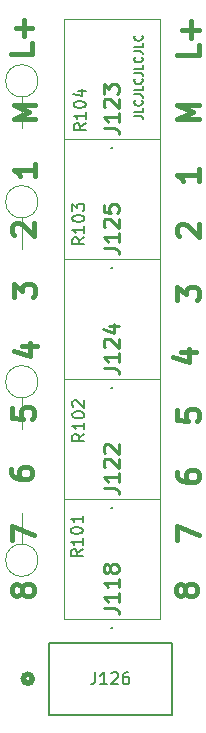
<source format=gbr>
%TF.GenerationSoftware,KiCad,Pcbnew,7.0.10*%
%TF.CreationDate,2024-07-21T08:04:53-04:00*%
%TF.ProjectId,12.1.1 - PLC Connector,31322e31-2e31-4202-9d20-504c4320436f,rev?*%
%TF.SameCoordinates,Original*%
%TF.FileFunction,Legend,Top*%
%TF.FilePolarity,Positive*%
%FSLAX46Y46*%
G04 Gerber Fmt 4.6, Leading zero omitted, Abs format (unit mm)*
G04 Created by KiCad (PCBNEW 7.0.10) date 2024-07-21 08:04:53*
%MOMM*%
%LPD*%
G01*
G04 APERTURE LIST*
%ADD10C,0.457200*%
%ADD11C,0.177800*%
%ADD12C,0.254000*%
%ADD13C,0.150000*%
%ADD14C,0.100000*%
%ADD15C,0.200000*%
%ADD16C,0.120000*%
%ADD17C,0.152400*%
%ADD18C,0.508000*%
G04 APERTURE END LIST*
D10*
X160661414Y-88390387D02*
X158832614Y-88390387D01*
X158832614Y-88390387D02*
X160138900Y-87780787D01*
X160138900Y-87780787D02*
X158832614Y-87171187D01*
X158832614Y-87171187D02*
X160661414Y-87171187D01*
D11*
X155183568Y-88121066D02*
X155691568Y-88121066D01*
X155691568Y-88121066D02*
X155793168Y-88154933D01*
X155793168Y-88154933D02*
X155860902Y-88222666D01*
X155860902Y-88222666D02*
X155894768Y-88324266D01*
X155894768Y-88324266D02*
X155894768Y-88392000D01*
X155894768Y-87443733D02*
X155894768Y-87782399D01*
X155894768Y-87782399D02*
X155183568Y-87782399D01*
X155827035Y-86800266D02*
X155860902Y-86834133D01*
X155860902Y-86834133D02*
X155894768Y-86935733D01*
X155894768Y-86935733D02*
X155894768Y-87003466D01*
X155894768Y-87003466D02*
X155860902Y-87105066D01*
X155860902Y-87105066D02*
X155793168Y-87172800D01*
X155793168Y-87172800D02*
X155725435Y-87206666D01*
X155725435Y-87206666D02*
X155589968Y-87240533D01*
X155589968Y-87240533D02*
X155488368Y-87240533D01*
X155488368Y-87240533D02*
X155352902Y-87206666D01*
X155352902Y-87206666D02*
X155285168Y-87172800D01*
X155285168Y-87172800D02*
X155217435Y-87105066D01*
X155217435Y-87105066D02*
X155183568Y-87003466D01*
X155183568Y-87003466D02*
X155183568Y-86935733D01*
X155183568Y-86935733D02*
X155217435Y-86834133D01*
X155217435Y-86834133D02*
X155251302Y-86800266D01*
X155183568Y-86292266D02*
X155691568Y-86292266D01*
X155691568Y-86292266D02*
X155793168Y-86326133D01*
X155793168Y-86326133D02*
X155860902Y-86393866D01*
X155860902Y-86393866D02*
X155894768Y-86495466D01*
X155894768Y-86495466D02*
X155894768Y-86563200D01*
X155894768Y-85614933D02*
X155894768Y-85953599D01*
X155894768Y-85953599D02*
X155183568Y-85953599D01*
X155827035Y-84971466D02*
X155860902Y-85005333D01*
X155860902Y-85005333D02*
X155894768Y-85106933D01*
X155894768Y-85106933D02*
X155894768Y-85174666D01*
X155894768Y-85174666D02*
X155860902Y-85276266D01*
X155860902Y-85276266D02*
X155793168Y-85344000D01*
X155793168Y-85344000D02*
X155725435Y-85377866D01*
X155725435Y-85377866D02*
X155589968Y-85411733D01*
X155589968Y-85411733D02*
X155488368Y-85411733D01*
X155488368Y-85411733D02*
X155352902Y-85377866D01*
X155352902Y-85377866D02*
X155285168Y-85344000D01*
X155285168Y-85344000D02*
X155217435Y-85276266D01*
X155217435Y-85276266D02*
X155183568Y-85174666D01*
X155183568Y-85174666D02*
X155183568Y-85106933D01*
X155183568Y-85106933D02*
X155217435Y-85005333D01*
X155217435Y-85005333D02*
X155251302Y-84971466D01*
X155183568Y-84463466D02*
X155691568Y-84463466D01*
X155691568Y-84463466D02*
X155793168Y-84497333D01*
X155793168Y-84497333D02*
X155860902Y-84565066D01*
X155860902Y-84565066D02*
X155894768Y-84666666D01*
X155894768Y-84666666D02*
X155894768Y-84734400D01*
X155894768Y-83786133D02*
X155894768Y-84124799D01*
X155894768Y-84124799D02*
X155183568Y-84124799D01*
X155827035Y-83142666D02*
X155860902Y-83176533D01*
X155860902Y-83176533D02*
X155894768Y-83278133D01*
X155894768Y-83278133D02*
X155894768Y-83345866D01*
X155894768Y-83345866D02*
X155860902Y-83447466D01*
X155860902Y-83447466D02*
X155793168Y-83515200D01*
X155793168Y-83515200D02*
X155725435Y-83549066D01*
X155725435Y-83549066D02*
X155589968Y-83582933D01*
X155589968Y-83582933D02*
X155488368Y-83582933D01*
X155488368Y-83582933D02*
X155352902Y-83549066D01*
X155352902Y-83549066D02*
X155285168Y-83515200D01*
X155285168Y-83515200D02*
X155217435Y-83447466D01*
X155217435Y-83447466D02*
X155183568Y-83345866D01*
X155183568Y-83345866D02*
X155183568Y-83278133D01*
X155183568Y-83278133D02*
X155217435Y-83176533D01*
X155217435Y-83176533D02*
X155251302Y-83142666D01*
X155183568Y-82634666D02*
X155691568Y-82634666D01*
X155691568Y-82634666D02*
X155793168Y-82668533D01*
X155793168Y-82668533D02*
X155860902Y-82736266D01*
X155860902Y-82736266D02*
X155894768Y-82837866D01*
X155894768Y-82837866D02*
X155894768Y-82905600D01*
X155894768Y-81957333D02*
X155894768Y-82295999D01*
X155894768Y-82295999D02*
X155183568Y-82295999D01*
X155827035Y-81313866D02*
X155860902Y-81347733D01*
X155860902Y-81347733D02*
X155894768Y-81449333D01*
X155894768Y-81449333D02*
X155894768Y-81517066D01*
X155894768Y-81517066D02*
X155860902Y-81618666D01*
X155860902Y-81618666D02*
X155793168Y-81686400D01*
X155793168Y-81686400D02*
X155725435Y-81720266D01*
X155725435Y-81720266D02*
X155589968Y-81754133D01*
X155589968Y-81754133D02*
X155488368Y-81754133D01*
X155488368Y-81754133D02*
X155352902Y-81720266D01*
X155352902Y-81720266D02*
X155285168Y-81686400D01*
X155285168Y-81686400D02*
X155217435Y-81618666D01*
X155217435Y-81618666D02*
X155183568Y-81517066D01*
X155183568Y-81517066D02*
X155183568Y-81449333D01*
X155183568Y-81449333D02*
X155217435Y-81347733D01*
X155217435Y-81347733D02*
X155251302Y-81313866D01*
D10*
X159006786Y-98312514D02*
X158919700Y-98225428D01*
X158919700Y-98225428D02*
X158832614Y-98051257D01*
X158832614Y-98051257D02*
X158832614Y-97615828D01*
X158832614Y-97615828D02*
X158919700Y-97441657D01*
X158919700Y-97441657D02*
X159006786Y-97354571D01*
X159006786Y-97354571D02*
X159180957Y-97267485D01*
X159180957Y-97267485D02*
X159355129Y-97267485D01*
X159355129Y-97267485D02*
X159616386Y-97354571D01*
X159616386Y-97354571D02*
X160661414Y-98399599D01*
X160661414Y-98399599D02*
X160661414Y-97267485D01*
X144862614Y-124053599D02*
X144862614Y-122834399D01*
X144862614Y-122834399D02*
X146691414Y-123618171D01*
X144735614Y-118015657D02*
X144735614Y-118363999D01*
X144735614Y-118363999D02*
X144822700Y-118538171D01*
X144822700Y-118538171D02*
X144909786Y-118625257D01*
X144909786Y-118625257D02*
X145171043Y-118799428D01*
X145171043Y-118799428D02*
X145519386Y-118886514D01*
X145519386Y-118886514D02*
X146216071Y-118886514D01*
X146216071Y-118886514D02*
X146390243Y-118799428D01*
X146390243Y-118799428D02*
X146477329Y-118712342D01*
X146477329Y-118712342D02*
X146564414Y-118538171D01*
X146564414Y-118538171D02*
X146564414Y-118189828D01*
X146564414Y-118189828D02*
X146477329Y-118015657D01*
X146477329Y-118015657D02*
X146390243Y-117928571D01*
X146390243Y-117928571D02*
X146216071Y-117841485D01*
X146216071Y-117841485D02*
X145780643Y-117841485D01*
X145780643Y-117841485D02*
X145606471Y-117928571D01*
X145606471Y-117928571D02*
X145519386Y-118015657D01*
X145519386Y-118015657D02*
X145432300Y-118189828D01*
X145432300Y-118189828D02*
X145432300Y-118538171D01*
X145432300Y-118538171D02*
X145519386Y-118712342D01*
X145519386Y-118712342D02*
X145606471Y-118799428D01*
X145606471Y-118799428D02*
X145780643Y-118886514D01*
X144989614Y-103479599D02*
X144989614Y-102347485D01*
X144989614Y-102347485D02*
X145686300Y-102957085D01*
X145686300Y-102957085D02*
X145686300Y-102695828D01*
X145686300Y-102695828D02*
X145773386Y-102521657D01*
X145773386Y-102521657D02*
X145860471Y-102434571D01*
X145860471Y-102434571D02*
X146034643Y-102347485D01*
X146034643Y-102347485D02*
X146470071Y-102347485D01*
X146470071Y-102347485D02*
X146644243Y-102434571D01*
X146644243Y-102434571D02*
X146731329Y-102521657D01*
X146731329Y-102521657D02*
X146818414Y-102695828D01*
X146818414Y-102695828D02*
X146818414Y-103218342D01*
X146818414Y-103218342D02*
X146731329Y-103392514D01*
X146731329Y-103392514D02*
X146644243Y-103479599D01*
X158832614Y-124053599D02*
X158832614Y-122834399D01*
X158832614Y-122834399D02*
X160661414Y-123618171D01*
X146818414Y-92187485D02*
X146818414Y-93232514D01*
X146818414Y-92709999D02*
X144989614Y-92709999D01*
X144989614Y-92709999D02*
X145250871Y-92884171D01*
X145250871Y-92884171D02*
X145425043Y-93058342D01*
X145425043Y-93058342D02*
X145512129Y-93232514D01*
X160661414Y-92568485D02*
X160661414Y-93613514D01*
X160661414Y-93090999D02*
X158832614Y-93090999D01*
X158832614Y-93090999D02*
X159093871Y-93265171D01*
X159093871Y-93265171D02*
X159268043Y-93439342D01*
X159268043Y-93439342D02*
X159355129Y-93613514D01*
X158832614Y-112975571D02*
X158832614Y-113846428D01*
X158832614Y-113846428D02*
X159703471Y-113933514D01*
X159703471Y-113933514D02*
X159616386Y-113846428D01*
X159616386Y-113846428D02*
X159529300Y-113672257D01*
X159529300Y-113672257D02*
X159529300Y-113236828D01*
X159529300Y-113236828D02*
X159616386Y-113062657D01*
X159616386Y-113062657D02*
X159703471Y-112975571D01*
X159703471Y-112975571D02*
X159877643Y-112888485D01*
X159877643Y-112888485D02*
X160313071Y-112888485D01*
X160313071Y-112888485D02*
X160487243Y-112975571D01*
X160487243Y-112975571D02*
X160574329Y-113062657D01*
X160574329Y-113062657D02*
X160661414Y-113236828D01*
X160661414Y-113236828D02*
X160661414Y-113672257D01*
X160661414Y-113672257D02*
X160574329Y-113846428D01*
X160574329Y-113846428D02*
X160487243Y-113933514D01*
X145726214Y-107601657D02*
X146945414Y-107601657D01*
X145029529Y-108037085D02*
X146335814Y-108472514D01*
X146335814Y-108472514D02*
X146335814Y-107340399D01*
X146818414Y-88366599D02*
X144989614Y-88366599D01*
X144989614Y-88366599D02*
X146295900Y-87756999D01*
X146295900Y-87756999D02*
X144989614Y-87147399D01*
X144989614Y-87147399D02*
X146818414Y-87147399D01*
X160661414Y-82100057D02*
X160661414Y-82970914D01*
X160661414Y-82970914D02*
X158832614Y-82970914D01*
X159964729Y-81490457D02*
X159964729Y-80097086D01*
X160661414Y-80793771D02*
X159268043Y-80793771D01*
X159188214Y-108109657D02*
X160407414Y-108109657D01*
X158491529Y-108545085D02*
X159797814Y-108980514D01*
X159797814Y-108980514D02*
X159797814Y-107848399D01*
X158832614Y-118269657D02*
X158832614Y-118617999D01*
X158832614Y-118617999D02*
X158919700Y-118792171D01*
X158919700Y-118792171D02*
X159006786Y-118879257D01*
X159006786Y-118879257D02*
X159268043Y-119053428D01*
X159268043Y-119053428D02*
X159616386Y-119140514D01*
X159616386Y-119140514D02*
X160313071Y-119140514D01*
X160313071Y-119140514D02*
X160487243Y-119053428D01*
X160487243Y-119053428D02*
X160574329Y-118966342D01*
X160574329Y-118966342D02*
X160661414Y-118792171D01*
X160661414Y-118792171D02*
X160661414Y-118443828D01*
X160661414Y-118443828D02*
X160574329Y-118269657D01*
X160574329Y-118269657D02*
X160487243Y-118182571D01*
X160487243Y-118182571D02*
X160313071Y-118095485D01*
X160313071Y-118095485D02*
X159877643Y-118095485D01*
X159877643Y-118095485D02*
X159703471Y-118182571D01*
X159703471Y-118182571D02*
X159616386Y-118269657D01*
X159616386Y-118269657D02*
X159529300Y-118443828D01*
X159529300Y-118443828D02*
X159529300Y-118792171D01*
X159529300Y-118792171D02*
X159616386Y-118966342D01*
X159616386Y-118966342D02*
X159703471Y-119053428D01*
X159703471Y-119053428D02*
X159877643Y-119140514D01*
X145646386Y-128444171D02*
X145559300Y-128618342D01*
X145559300Y-128618342D02*
X145472214Y-128705428D01*
X145472214Y-128705428D02*
X145298043Y-128792514D01*
X145298043Y-128792514D02*
X145210957Y-128792514D01*
X145210957Y-128792514D02*
X145036786Y-128705428D01*
X145036786Y-128705428D02*
X144949700Y-128618342D01*
X144949700Y-128618342D02*
X144862614Y-128444171D01*
X144862614Y-128444171D02*
X144862614Y-128095828D01*
X144862614Y-128095828D02*
X144949700Y-127921657D01*
X144949700Y-127921657D02*
X145036786Y-127834571D01*
X145036786Y-127834571D02*
X145210957Y-127747485D01*
X145210957Y-127747485D02*
X145298043Y-127747485D01*
X145298043Y-127747485D02*
X145472214Y-127834571D01*
X145472214Y-127834571D02*
X145559300Y-127921657D01*
X145559300Y-127921657D02*
X145646386Y-128095828D01*
X145646386Y-128095828D02*
X145646386Y-128444171D01*
X145646386Y-128444171D02*
X145733471Y-128618342D01*
X145733471Y-128618342D02*
X145820557Y-128705428D01*
X145820557Y-128705428D02*
X145994729Y-128792514D01*
X145994729Y-128792514D02*
X146343071Y-128792514D01*
X146343071Y-128792514D02*
X146517243Y-128705428D01*
X146517243Y-128705428D02*
X146604329Y-128618342D01*
X146604329Y-128618342D02*
X146691414Y-128444171D01*
X146691414Y-128444171D02*
X146691414Y-128095828D01*
X146691414Y-128095828D02*
X146604329Y-127921657D01*
X146604329Y-127921657D02*
X146517243Y-127834571D01*
X146517243Y-127834571D02*
X146343071Y-127747485D01*
X146343071Y-127747485D02*
X145994729Y-127747485D01*
X145994729Y-127747485D02*
X145820557Y-127834571D01*
X145820557Y-127834571D02*
X145733471Y-127921657D01*
X145733471Y-127921657D02*
X145646386Y-128095828D01*
X144862614Y-112848571D02*
X144862614Y-113719428D01*
X144862614Y-113719428D02*
X145733471Y-113806514D01*
X145733471Y-113806514D02*
X145646386Y-113719428D01*
X145646386Y-113719428D02*
X145559300Y-113545257D01*
X145559300Y-113545257D02*
X145559300Y-113109828D01*
X145559300Y-113109828D02*
X145646386Y-112935657D01*
X145646386Y-112935657D02*
X145733471Y-112848571D01*
X145733471Y-112848571D02*
X145907643Y-112761485D01*
X145907643Y-112761485D02*
X146343071Y-112761485D01*
X146343071Y-112761485D02*
X146517243Y-112848571D01*
X146517243Y-112848571D02*
X146604329Y-112935657D01*
X146604329Y-112935657D02*
X146691414Y-113109828D01*
X146691414Y-113109828D02*
X146691414Y-113545257D01*
X146691414Y-113545257D02*
X146604329Y-113719428D01*
X146604329Y-113719428D02*
X146517243Y-113806514D01*
X159489386Y-128444171D02*
X159402300Y-128618342D01*
X159402300Y-128618342D02*
X159315214Y-128705428D01*
X159315214Y-128705428D02*
X159141043Y-128792514D01*
X159141043Y-128792514D02*
X159053957Y-128792514D01*
X159053957Y-128792514D02*
X158879786Y-128705428D01*
X158879786Y-128705428D02*
X158792700Y-128618342D01*
X158792700Y-128618342D02*
X158705614Y-128444171D01*
X158705614Y-128444171D02*
X158705614Y-128095828D01*
X158705614Y-128095828D02*
X158792700Y-127921657D01*
X158792700Y-127921657D02*
X158879786Y-127834571D01*
X158879786Y-127834571D02*
X159053957Y-127747485D01*
X159053957Y-127747485D02*
X159141043Y-127747485D01*
X159141043Y-127747485D02*
X159315214Y-127834571D01*
X159315214Y-127834571D02*
X159402300Y-127921657D01*
X159402300Y-127921657D02*
X159489386Y-128095828D01*
X159489386Y-128095828D02*
X159489386Y-128444171D01*
X159489386Y-128444171D02*
X159576471Y-128618342D01*
X159576471Y-128618342D02*
X159663557Y-128705428D01*
X159663557Y-128705428D02*
X159837729Y-128792514D01*
X159837729Y-128792514D02*
X160186071Y-128792514D01*
X160186071Y-128792514D02*
X160360243Y-128705428D01*
X160360243Y-128705428D02*
X160447329Y-128618342D01*
X160447329Y-128618342D02*
X160534414Y-128444171D01*
X160534414Y-128444171D02*
X160534414Y-128095828D01*
X160534414Y-128095828D02*
X160447329Y-127921657D01*
X160447329Y-127921657D02*
X160360243Y-127834571D01*
X160360243Y-127834571D02*
X160186071Y-127747485D01*
X160186071Y-127747485D02*
X159837729Y-127747485D01*
X159837729Y-127747485D02*
X159663557Y-127834571D01*
X159663557Y-127834571D02*
X159576471Y-127921657D01*
X159576471Y-127921657D02*
X159489386Y-128095828D01*
X145036786Y-98185514D02*
X144949700Y-98098428D01*
X144949700Y-98098428D02*
X144862614Y-97924257D01*
X144862614Y-97924257D02*
X144862614Y-97488828D01*
X144862614Y-97488828D02*
X144949700Y-97314657D01*
X144949700Y-97314657D02*
X145036786Y-97227571D01*
X145036786Y-97227571D02*
X145210957Y-97140485D01*
X145210957Y-97140485D02*
X145385129Y-97140485D01*
X145385129Y-97140485D02*
X145646386Y-97227571D01*
X145646386Y-97227571D02*
X146691414Y-98272599D01*
X146691414Y-98272599D02*
X146691414Y-97140485D01*
X146564414Y-81973057D02*
X146564414Y-82843914D01*
X146564414Y-82843914D02*
X144735614Y-82843914D01*
X145867729Y-81363457D02*
X145867729Y-79970086D01*
X146564414Y-80666771D02*
X145171043Y-80666771D01*
X158832614Y-103733599D02*
X158832614Y-102601485D01*
X158832614Y-102601485D02*
X159529300Y-103211085D01*
X159529300Y-103211085D02*
X159529300Y-102949828D01*
X159529300Y-102949828D02*
X159616386Y-102775657D01*
X159616386Y-102775657D02*
X159703471Y-102688571D01*
X159703471Y-102688571D02*
X159877643Y-102601485D01*
X159877643Y-102601485D02*
X160313071Y-102601485D01*
X160313071Y-102601485D02*
X160487243Y-102688571D01*
X160487243Y-102688571D02*
X160574329Y-102775657D01*
X160574329Y-102775657D02*
X160661414Y-102949828D01*
X160661414Y-102949828D02*
X160661414Y-103472342D01*
X160661414Y-103472342D02*
X160574329Y-103646514D01*
X160574329Y-103646514D02*
X160487243Y-103733599D01*
D12*
X152593318Y-109455856D02*
X153500461Y-109455856D01*
X153500461Y-109455856D02*
X153681889Y-109516333D01*
X153681889Y-109516333D02*
X153802842Y-109637285D01*
X153802842Y-109637285D02*
X153863318Y-109818714D01*
X153863318Y-109818714D02*
X153863318Y-109939666D01*
X153863318Y-108185856D02*
X153863318Y-108911571D01*
X153863318Y-108548714D02*
X152593318Y-108548714D01*
X152593318Y-108548714D02*
X152774746Y-108669666D01*
X152774746Y-108669666D02*
X152895699Y-108790618D01*
X152895699Y-108790618D02*
X152956175Y-108911571D01*
X152714270Y-107702047D02*
X152653794Y-107641571D01*
X152653794Y-107641571D02*
X152593318Y-107520618D01*
X152593318Y-107520618D02*
X152593318Y-107218237D01*
X152593318Y-107218237D02*
X152653794Y-107097285D01*
X152653794Y-107097285D02*
X152714270Y-107036809D01*
X152714270Y-107036809D02*
X152835222Y-106976332D01*
X152835222Y-106976332D02*
X152956175Y-106976332D01*
X152956175Y-106976332D02*
X153137603Y-107036809D01*
X153137603Y-107036809D02*
X153863318Y-107762523D01*
X153863318Y-107762523D02*
X153863318Y-106976332D01*
X153016651Y-105887761D02*
X153863318Y-105887761D01*
X152532842Y-106190142D02*
X153439984Y-106492523D01*
X153439984Y-106492523D02*
X153439984Y-105706332D01*
D13*
X151076819Y-88749047D02*
X150600628Y-89082380D01*
X151076819Y-89320475D02*
X150076819Y-89320475D01*
X150076819Y-89320475D02*
X150076819Y-88939523D01*
X150076819Y-88939523D02*
X150124438Y-88844285D01*
X150124438Y-88844285D02*
X150172057Y-88796666D01*
X150172057Y-88796666D02*
X150267295Y-88749047D01*
X150267295Y-88749047D02*
X150410152Y-88749047D01*
X150410152Y-88749047D02*
X150505390Y-88796666D01*
X150505390Y-88796666D02*
X150553009Y-88844285D01*
X150553009Y-88844285D02*
X150600628Y-88939523D01*
X150600628Y-88939523D02*
X150600628Y-89320475D01*
X151076819Y-87796666D02*
X151076819Y-88368094D01*
X151076819Y-88082380D02*
X150076819Y-88082380D01*
X150076819Y-88082380D02*
X150219676Y-88177618D01*
X150219676Y-88177618D02*
X150314914Y-88272856D01*
X150314914Y-88272856D02*
X150362533Y-88368094D01*
X150076819Y-87177618D02*
X150076819Y-87082380D01*
X150076819Y-87082380D02*
X150124438Y-86987142D01*
X150124438Y-86987142D02*
X150172057Y-86939523D01*
X150172057Y-86939523D02*
X150267295Y-86891904D01*
X150267295Y-86891904D02*
X150457771Y-86844285D01*
X150457771Y-86844285D02*
X150695866Y-86844285D01*
X150695866Y-86844285D02*
X150886342Y-86891904D01*
X150886342Y-86891904D02*
X150981580Y-86939523D01*
X150981580Y-86939523D02*
X151029200Y-86987142D01*
X151029200Y-86987142D02*
X151076819Y-87082380D01*
X151076819Y-87082380D02*
X151076819Y-87177618D01*
X151076819Y-87177618D02*
X151029200Y-87272856D01*
X151029200Y-87272856D02*
X150981580Y-87320475D01*
X150981580Y-87320475D02*
X150886342Y-87368094D01*
X150886342Y-87368094D02*
X150695866Y-87415713D01*
X150695866Y-87415713D02*
X150457771Y-87415713D01*
X150457771Y-87415713D02*
X150267295Y-87368094D01*
X150267295Y-87368094D02*
X150172057Y-87320475D01*
X150172057Y-87320475D02*
X150124438Y-87272856D01*
X150124438Y-87272856D02*
X150076819Y-87177618D01*
X150410152Y-85987142D02*
X151076819Y-85987142D01*
X150029200Y-86225237D02*
X150743485Y-86463332D01*
X150743485Y-86463332D02*
X150743485Y-85844285D01*
D12*
X152593318Y-119615856D02*
X153500461Y-119615856D01*
X153500461Y-119615856D02*
X153681889Y-119676333D01*
X153681889Y-119676333D02*
X153802842Y-119797285D01*
X153802842Y-119797285D02*
X153863318Y-119978714D01*
X153863318Y-119978714D02*
X153863318Y-120099666D01*
X153863318Y-118345856D02*
X153863318Y-119071571D01*
X153863318Y-118708714D02*
X152593318Y-118708714D01*
X152593318Y-118708714D02*
X152774746Y-118829666D01*
X152774746Y-118829666D02*
X152895699Y-118950618D01*
X152895699Y-118950618D02*
X152956175Y-119071571D01*
X152714270Y-117862047D02*
X152653794Y-117801571D01*
X152653794Y-117801571D02*
X152593318Y-117680618D01*
X152593318Y-117680618D02*
X152593318Y-117378237D01*
X152593318Y-117378237D02*
X152653794Y-117257285D01*
X152653794Y-117257285D02*
X152714270Y-117196809D01*
X152714270Y-117196809D02*
X152835222Y-117136332D01*
X152835222Y-117136332D02*
X152956175Y-117136332D01*
X152956175Y-117136332D02*
X153137603Y-117196809D01*
X153137603Y-117196809D02*
X153863318Y-117922523D01*
X153863318Y-117922523D02*
X153863318Y-117136332D01*
X152714270Y-116652523D02*
X152653794Y-116592047D01*
X152653794Y-116592047D02*
X152593318Y-116471094D01*
X152593318Y-116471094D02*
X152593318Y-116168713D01*
X152593318Y-116168713D02*
X152653794Y-116047761D01*
X152653794Y-116047761D02*
X152714270Y-115987285D01*
X152714270Y-115987285D02*
X152835222Y-115926808D01*
X152835222Y-115926808D02*
X152956175Y-115926808D01*
X152956175Y-115926808D02*
X153137603Y-115987285D01*
X153137603Y-115987285D02*
X153863318Y-116712999D01*
X153863318Y-116712999D02*
X153863318Y-115926808D01*
D13*
X150822819Y-124817047D02*
X150346628Y-125150380D01*
X150822819Y-125388475D02*
X149822819Y-125388475D01*
X149822819Y-125388475D02*
X149822819Y-125007523D01*
X149822819Y-125007523D02*
X149870438Y-124912285D01*
X149870438Y-124912285D02*
X149918057Y-124864666D01*
X149918057Y-124864666D02*
X150013295Y-124817047D01*
X150013295Y-124817047D02*
X150156152Y-124817047D01*
X150156152Y-124817047D02*
X150251390Y-124864666D01*
X150251390Y-124864666D02*
X150299009Y-124912285D01*
X150299009Y-124912285D02*
X150346628Y-125007523D01*
X150346628Y-125007523D02*
X150346628Y-125388475D01*
X150822819Y-123864666D02*
X150822819Y-124436094D01*
X150822819Y-124150380D02*
X149822819Y-124150380D01*
X149822819Y-124150380D02*
X149965676Y-124245618D01*
X149965676Y-124245618D02*
X150060914Y-124340856D01*
X150060914Y-124340856D02*
X150108533Y-124436094D01*
X149822819Y-123245618D02*
X149822819Y-123150380D01*
X149822819Y-123150380D02*
X149870438Y-123055142D01*
X149870438Y-123055142D02*
X149918057Y-123007523D01*
X149918057Y-123007523D02*
X150013295Y-122959904D01*
X150013295Y-122959904D02*
X150203771Y-122912285D01*
X150203771Y-122912285D02*
X150441866Y-122912285D01*
X150441866Y-122912285D02*
X150632342Y-122959904D01*
X150632342Y-122959904D02*
X150727580Y-123007523D01*
X150727580Y-123007523D02*
X150775200Y-123055142D01*
X150775200Y-123055142D02*
X150822819Y-123150380D01*
X150822819Y-123150380D02*
X150822819Y-123245618D01*
X150822819Y-123245618D02*
X150775200Y-123340856D01*
X150775200Y-123340856D02*
X150727580Y-123388475D01*
X150727580Y-123388475D02*
X150632342Y-123436094D01*
X150632342Y-123436094D02*
X150441866Y-123483713D01*
X150441866Y-123483713D02*
X150203771Y-123483713D01*
X150203771Y-123483713D02*
X150013295Y-123436094D01*
X150013295Y-123436094D02*
X149918057Y-123388475D01*
X149918057Y-123388475D02*
X149870438Y-123340856D01*
X149870438Y-123340856D02*
X149822819Y-123245618D01*
X150822819Y-121959904D02*
X150822819Y-122531332D01*
X150822819Y-122245618D02*
X149822819Y-122245618D01*
X149822819Y-122245618D02*
X149965676Y-122340856D01*
X149965676Y-122340856D02*
X150060914Y-122436094D01*
X150060914Y-122436094D02*
X150108533Y-122531332D01*
X151876285Y-135217819D02*
X151876285Y-135932104D01*
X151876285Y-135932104D02*
X151828666Y-136074961D01*
X151828666Y-136074961D02*
X151733428Y-136170200D01*
X151733428Y-136170200D02*
X151590571Y-136217819D01*
X151590571Y-136217819D02*
X151495333Y-136217819D01*
X152876285Y-136217819D02*
X152304857Y-136217819D01*
X152590571Y-136217819D02*
X152590571Y-135217819D01*
X152590571Y-135217819D02*
X152495333Y-135360676D01*
X152495333Y-135360676D02*
X152400095Y-135455914D01*
X152400095Y-135455914D02*
X152304857Y-135503533D01*
X153257238Y-135313057D02*
X153304857Y-135265438D01*
X153304857Y-135265438D02*
X153400095Y-135217819D01*
X153400095Y-135217819D02*
X153638190Y-135217819D01*
X153638190Y-135217819D02*
X153733428Y-135265438D01*
X153733428Y-135265438D02*
X153781047Y-135313057D01*
X153781047Y-135313057D02*
X153828666Y-135408295D01*
X153828666Y-135408295D02*
X153828666Y-135503533D01*
X153828666Y-135503533D02*
X153781047Y-135646390D01*
X153781047Y-135646390D02*
X153209619Y-136217819D01*
X153209619Y-136217819D02*
X153828666Y-136217819D01*
X154685809Y-135217819D02*
X154495333Y-135217819D01*
X154495333Y-135217819D02*
X154400095Y-135265438D01*
X154400095Y-135265438D02*
X154352476Y-135313057D01*
X154352476Y-135313057D02*
X154257238Y-135455914D01*
X154257238Y-135455914D02*
X154209619Y-135646390D01*
X154209619Y-135646390D02*
X154209619Y-136027342D01*
X154209619Y-136027342D02*
X154257238Y-136122580D01*
X154257238Y-136122580D02*
X154304857Y-136170200D01*
X154304857Y-136170200D02*
X154400095Y-136217819D01*
X154400095Y-136217819D02*
X154590571Y-136217819D01*
X154590571Y-136217819D02*
X154685809Y-136170200D01*
X154685809Y-136170200D02*
X154733428Y-136122580D01*
X154733428Y-136122580D02*
X154781047Y-136027342D01*
X154781047Y-136027342D02*
X154781047Y-135789247D01*
X154781047Y-135789247D02*
X154733428Y-135694009D01*
X154733428Y-135694009D02*
X154685809Y-135646390D01*
X154685809Y-135646390D02*
X154590571Y-135598771D01*
X154590571Y-135598771D02*
X154400095Y-135598771D01*
X154400095Y-135598771D02*
X154304857Y-135646390D01*
X154304857Y-135646390D02*
X154257238Y-135694009D01*
X154257238Y-135694009D02*
X154209619Y-135789247D01*
X150949819Y-115038047D02*
X150473628Y-115371380D01*
X150949819Y-115609475D02*
X149949819Y-115609475D01*
X149949819Y-115609475D02*
X149949819Y-115228523D01*
X149949819Y-115228523D02*
X149997438Y-115133285D01*
X149997438Y-115133285D02*
X150045057Y-115085666D01*
X150045057Y-115085666D02*
X150140295Y-115038047D01*
X150140295Y-115038047D02*
X150283152Y-115038047D01*
X150283152Y-115038047D02*
X150378390Y-115085666D01*
X150378390Y-115085666D02*
X150426009Y-115133285D01*
X150426009Y-115133285D02*
X150473628Y-115228523D01*
X150473628Y-115228523D02*
X150473628Y-115609475D01*
X150949819Y-114085666D02*
X150949819Y-114657094D01*
X150949819Y-114371380D02*
X149949819Y-114371380D01*
X149949819Y-114371380D02*
X150092676Y-114466618D01*
X150092676Y-114466618D02*
X150187914Y-114561856D01*
X150187914Y-114561856D02*
X150235533Y-114657094D01*
X149949819Y-113466618D02*
X149949819Y-113371380D01*
X149949819Y-113371380D02*
X149997438Y-113276142D01*
X149997438Y-113276142D02*
X150045057Y-113228523D01*
X150045057Y-113228523D02*
X150140295Y-113180904D01*
X150140295Y-113180904D02*
X150330771Y-113133285D01*
X150330771Y-113133285D02*
X150568866Y-113133285D01*
X150568866Y-113133285D02*
X150759342Y-113180904D01*
X150759342Y-113180904D02*
X150854580Y-113228523D01*
X150854580Y-113228523D02*
X150902200Y-113276142D01*
X150902200Y-113276142D02*
X150949819Y-113371380D01*
X150949819Y-113371380D02*
X150949819Y-113466618D01*
X150949819Y-113466618D02*
X150902200Y-113561856D01*
X150902200Y-113561856D02*
X150854580Y-113609475D01*
X150854580Y-113609475D02*
X150759342Y-113657094D01*
X150759342Y-113657094D02*
X150568866Y-113704713D01*
X150568866Y-113704713D02*
X150330771Y-113704713D01*
X150330771Y-113704713D02*
X150140295Y-113657094D01*
X150140295Y-113657094D02*
X150045057Y-113609475D01*
X150045057Y-113609475D02*
X149997438Y-113561856D01*
X149997438Y-113561856D02*
X149949819Y-113466618D01*
X150045057Y-112752332D02*
X149997438Y-112704713D01*
X149997438Y-112704713D02*
X149949819Y-112609475D01*
X149949819Y-112609475D02*
X149949819Y-112371380D01*
X149949819Y-112371380D02*
X149997438Y-112276142D01*
X149997438Y-112276142D02*
X150045057Y-112228523D01*
X150045057Y-112228523D02*
X150140295Y-112180904D01*
X150140295Y-112180904D02*
X150235533Y-112180904D01*
X150235533Y-112180904D02*
X150378390Y-112228523D01*
X150378390Y-112228523D02*
X150949819Y-112799951D01*
X150949819Y-112799951D02*
X150949819Y-112180904D01*
X150949819Y-98401047D02*
X150473628Y-98734380D01*
X150949819Y-98972475D02*
X149949819Y-98972475D01*
X149949819Y-98972475D02*
X149949819Y-98591523D01*
X149949819Y-98591523D02*
X149997438Y-98496285D01*
X149997438Y-98496285D02*
X150045057Y-98448666D01*
X150045057Y-98448666D02*
X150140295Y-98401047D01*
X150140295Y-98401047D02*
X150283152Y-98401047D01*
X150283152Y-98401047D02*
X150378390Y-98448666D01*
X150378390Y-98448666D02*
X150426009Y-98496285D01*
X150426009Y-98496285D02*
X150473628Y-98591523D01*
X150473628Y-98591523D02*
X150473628Y-98972475D01*
X150949819Y-97448666D02*
X150949819Y-98020094D01*
X150949819Y-97734380D02*
X149949819Y-97734380D01*
X149949819Y-97734380D02*
X150092676Y-97829618D01*
X150092676Y-97829618D02*
X150187914Y-97924856D01*
X150187914Y-97924856D02*
X150235533Y-98020094D01*
X149949819Y-96829618D02*
X149949819Y-96734380D01*
X149949819Y-96734380D02*
X149997438Y-96639142D01*
X149997438Y-96639142D02*
X150045057Y-96591523D01*
X150045057Y-96591523D02*
X150140295Y-96543904D01*
X150140295Y-96543904D02*
X150330771Y-96496285D01*
X150330771Y-96496285D02*
X150568866Y-96496285D01*
X150568866Y-96496285D02*
X150759342Y-96543904D01*
X150759342Y-96543904D02*
X150854580Y-96591523D01*
X150854580Y-96591523D02*
X150902200Y-96639142D01*
X150902200Y-96639142D02*
X150949819Y-96734380D01*
X150949819Y-96734380D02*
X150949819Y-96829618D01*
X150949819Y-96829618D02*
X150902200Y-96924856D01*
X150902200Y-96924856D02*
X150854580Y-96972475D01*
X150854580Y-96972475D02*
X150759342Y-97020094D01*
X150759342Y-97020094D02*
X150568866Y-97067713D01*
X150568866Y-97067713D02*
X150330771Y-97067713D01*
X150330771Y-97067713D02*
X150140295Y-97020094D01*
X150140295Y-97020094D02*
X150045057Y-96972475D01*
X150045057Y-96972475D02*
X149997438Y-96924856D01*
X149997438Y-96924856D02*
X149949819Y-96829618D01*
X149949819Y-96162951D02*
X149949819Y-95543904D01*
X149949819Y-95543904D02*
X150330771Y-95877237D01*
X150330771Y-95877237D02*
X150330771Y-95734380D01*
X150330771Y-95734380D02*
X150378390Y-95639142D01*
X150378390Y-95639142D02*
X150426009Y-95591523D01*
X150426009Y-95591523D02*
X150521247Y-95543904D01*
X150521247Y-95543904D02*
X150759342Y-95543904D01*
X150759342Y-95543904D02*
X150854580Y-95591523D01*
X150854580Y-95591523D02*
X150902200Y-95639142D01*
X150902200Y-95639142D02*
X150949819Y-95734380D01*
X150949819Y-95734380D02*
X150949819Y-96020094D01*
X150949819Y-96020094D02*
X150902200Y-96115332D01*
X150902200Y-96115332D02*
X150854580Y-96162951D01*
D12*
X152593318Y-99295856D02*
X153500461Y-99295856D01*
X153500461Y-99295856D02*
X153681889Y-99356333D01*
X153681889Y-99356333D02*
X153802842Y-99477285D01*
X153802842Y-99477285D02*
X153863318Y-99658714D01*
X153863318Y-99658714D02*
X153863318Y-99779666D01*
X153863318Y-98025856D02*
X153863318Y-98751571D01*
X153863318Y-98388714D02*
X152593318Y-98388714D01*
X152593318Y-98388714D02*
X152774746Y-98509666D01*
X152774746Y-98509666D02*
X152895699Y-98630618D01*
X152895699Y-98630618D02*
X152956175Y-98751571D01*
X152714270Y-97542047D02*
X152653794Y-97481571D01*
X152653794Y-97481571D02*
X152593318Y-97360618D01*
X152593318Y-97360618D02*
X152593318Y-97058237D01*
X152593318Y-97058237D02*
X152653794Y-96937285D01*
X152653794Y-96937285D02*
X152714270Y-96876809D01*
X152714270Y-96876809D02*
X152835222Y-96816332D01*
X152835222Y-96816332D02*
X152956175Y-96816332D01*
X152956175Y-96816332D02*
X153137603Y-96876809D01*
X153137603Y-96876809D02*
X153863318Y-97602523D01*
X153863318Y-97602523D02*
X153863318Y-96816332D01*
X152593318Y-95667285D02*
X152593318Y-96272047D01*
X152593318Y-96272047D02*
X153198080Y-96332523D01*
X153198080Y-96332523D02*
X153137603Y-96272047D01*
X153137603Y-96272047D02*
X153077127Y-96151094D01*
X153077127Y-96151094D02*
X153077127Y-95848713D01*
X153077127Y-95848713D02*
X153137603Y-95727761D01*
X153137603Y-95727761D02*
X153198080Y-95667285D01*
X153198080Y-95667285D02*
X153319032Y-95606808D01*
X153319032Y-95606808D02*
X153621413Y-95606808D01*
X153621413Y-95606808D02*
X153742365Y-95667285D01*
X153742365Y-95667285D02*
X153802842Y-95727761D01*
X153802842Y-95727761D02*
X153863318Y-95848713D01*
X153863318Y-95848713D02*
X153863318Y-96151094D01*
X153863318Y-96151094D02*
X153802842Y-96272047D01*
X153802842Y-96272047D02*
X153742365Y-96332523D01*
X152593318Y-89135856D02*
X153500461Y-89135856D01*
X153500461Y-89135856D02*
X153681889Y-89196333D01*
X153681889Y-89196333D02*
X153802842Y-89317285D01*
X153802842Y-89317285D02*
X153863318Y-89498714D01*
X153863318Y-89498714D02*
X153863318Y-89619666D01*
X153863318Y-87865856D02*
X153863318Y-88591571D01*
X153863318Y-88228714D02*
X152593318Y-88228714D01*
X152593318Y-88228714D02*
X152774746Y-88349666D01*
X152774746Y-88349666D02*
X152895699Y-88470618D01*
X152895699Y-88470618D02*
X152956175Y-88591571D01*
X152714270Y-87382047D02*
X152653794Y-87321571D01*
X152653794Y-87321571D02*
X152593318Y-87200618D01*
X152593318Y-87200618D02*
X152593318Y-86898237D01*
X152593318Y-86898237D02*
X152653794Y-86777285D01*
X152653794Y-86777285D02*
X152714270Y-86716809D01*
X152714270Y-86716809D02*
X152835222Y-86656332D01*
X152835222Y-86656332D02*
X152956175Y-86656332D01*
X152956175Y-86656332D02*
X153137603Y-86716809D01*
X153137603Y-86716809D02*
X153863318Y-87442523D01*
X153863318Y-87442523D02*
X153863318Y-86656332D01*
X152593318Y-86232999D02*
X152593318Y-85446808D01*
X152593318Y-85446808D02*
X153077127Y-85870142D01*
X153077127Y-85870142D02*
X153077127Y-85688713D01*
X153077127Y-85688713D02*
X153137603Y-85567761D01*
X153137603Y-85567761D02*
X153198080Y-85507285D01*
X153198080Y-85507285D02*
X153319032Y-85446808D01*
X153319032Y-85446808D02*
X153621413Y-85446808D01*
X153621413Y-85446808D02*
X153742365Y-85507285D01*
X153742365Y-85507285D02*
X153802842Y-85567761D01*
X153802842Y-85567761D02*
X153863318Y-85688713D01*
X153863318Y-85688713D02*
X153863318Y-86051570D01*
X153863318Y-86051570D02*
X153802842Y-86172523D01*
X153802842Y-86172523D02*
X153742365Y-86232999D01*
X152593318Y-129775856D02*
X153500461Y-129775856D01*
X153500461Y-129775856D02*
X153681889Y-129836333D01*
X153681889Y-129836333D02*
X153802842Y-129957285D01*
X153802842Y-129957285D02*
X153863318Y-130138714D01*
X153863318Y-130138714D02*
X153863318Y-130259666D01*
X153863318Y-128505856D02*
X153863318Y-129231571D01*
X153863318Y-128868714D02*
X152593318Y-128868714D01*
X152593318Y-128868714D02*
X152774746Y-128989666D01*
X152774746Y-128989666D02*
X152895699Y-129110618D01*
X152895699Y-129110618D02*
X152956175Y-129231571D01*
X153863318Y-127296332D02*
X153863318Y-128022047D01*
X153863318Y-127659190D02*
X152593318Y-127659190D01*
X152593318Y-127659190D02*
X152774746Y-127780142D01*
X152774746Y-127780142D02*
X152895699Y-127901094D01*
X152895699Y-127901094D02*
X152956175Y-128022047D01*
X153137603Y-126570618D02*
X153077127Y-126691570D01*
X153077127Y-126691570D02*
X153016651Y-126752047D01*
X153016651Y-126752047D02*
X152895699Y-126812523D01*
X152895699Y-126812523D02*
X152835222Y-126812523D01*
X152835222Y-126812523D02*
X152714270Y-126752047D01*
X152714270Y-126752047D02*
X152653794Y-126691570D01*
X152653794Y-126691570D02*
X152593318Y-126570618D01*
X152593318Y-126570618D02*
X152593318Y-126328713D01*
X152593318Y-126328713D02*
X152653794Y-126207761D01*
X152653794Y-126207761D02*
X152714270Y-126147285D01*
X152714270Y-126147285D02*
X152835222Y-126086808D01*
X152835222Y-126086808D02*
X152895699Y-126086808D01*
X152895699Y-126086808D02*
X153016651Y-126147285D01*
X153016651Y-126147285D02*
X153077127Y-126207761D01*
X153077127Y-126207761D02*
X153137603Y-126328713D01*
X153137603Y-126328713D02*
X153137603Y-126570618D01*
X153137603Y-126570618D02*
X153198080Y-126691570D01*
X153198080Y-126691570D02*
X153258556Y-126752047D01*
X153258556Y-126752047D02*
X153379508Y-126812523D01*
X153379508Y-126812523D02*
X153621413Y-126812523D01*
X153621413Y-126812523D02*
X153742365Y-126752047D01*
X153742365Y-126752047D02*
X153802842Y-126691570D01*
X153802842Y-126691570D02*
X153863318Y-126570618D01*
X153863318Y-126570618D02*
X153863318Y-126328713D01*
X153863318Y-126328713D02*
X153802842Y-126207761D01*
X153802842Y-126207761D02*
X153742365Y-126147285D01*
X153742365Y-126147285D02*
X153621413Y-126086808D01*
X153621413Y-126086808D02*
X153379508Y-126086808D01*
X153379508Y-126086808D02*
X153258556Y-126147285D01*
X153258556Y-126147285D02*
X153198080Y-126207761D01*
X153198080Y-126207761D02*
X153137603Y-126328713D01*
D14*
%TO.C,J124*%
X149214000Y-110363000D02*
X149214000Y-100203000D01*
X157364000Y-110363000D02*
X149214000Y-110363000D01*
X149214000Y-100203000D02*
X157364000Y-100203000D01*
X157364000Y-100203000D02*
X157364000Y-110363000D01*
D15*
X153339000Y-111173000D02*
G75*
G03*
X153239000Y-111173000I-50000J0D01*
G01*
X153239000Y-111173000D02*
G75*
G03*
X153339000Y-111173000I50000J0D01*
G01*
D16*
%TO.C,R104*%
X145669000Y-86510000D02*
X145669000Y-89120000D01*
X147039000Y-85140000D02*
G75*
G03*
X144299000Y-85140000I-1370000J0D01*
G01*
X144299000Y-85140000D02*
G75*
G03*
X147039000Y-85140000I1370000J0D01*
G01*
D14*
%TO.C,J122*%
X149214000Y-120523000D02*
X149214000Y-110363000D01*
X157364000Y-120523000D02*
X149214000Y-120523000D01*
X149214000Y-110363000D02*
X157364000Y-110363000D01*
X157364000Y-110363000D02*
X157364000Y-120523000D01*
D15*
X153339000Y-121333000D02*
G75*
G03*
X153239000Y-121333000I-50000J0D01*
G01*
X153239000Y-121333000D02*
G75*
G03*
X153339000Y-121333000I50000J0D01*
G01*
D16*
%TO.C,R101*%
X145669000Y-124360000D02*
X145669000Y-121750000D01*
X147039000Y-125730000D02*
G75*
G03*
X144299000Y-125730000I-1370000J0D01*
G01*
X144299000Y-125730000D02*
G75*
G03*
X147039000Y-125730000I1370000J0D01*
G01*
D17*
%TO.C,J126*%
X147955000Y-132756001D02*
X147955000Y-138801201D01*
X147955000Y-138801201D02*
X158369000Y-138801201D01*
X158369000Y-132756001D02*
X147955000Y-132756001D01*
X158369000Y-138801201D02*
X158369000Y-132756001D01*
D18*
X146558000Y-135763000D02*
G75*
G03*
X145796000Y-135763000I-381000J0D01*
G01*
X145796000Y-135763000D02*
G75*
G03*
X146558000Y-135763000I381000J0D01*
G01*
D16*
%TO.C,R102*%
X145669000Y-111987000D02*
X145669000Y-114597000D01*
X147039000Y-110617000D02*
G75*
G03*
X144299000Y-110617000I-1370000J0D01*
G01*
X144299000Y-110617000D02*
G75*
G03*
X147039000Y-110617000I1370000J0D01*
G01*
%TO.C,R103*%
X145669000Y-96747000D02*
X145669000Y-99357000D01*
X147039000Y-95377000D02*
G75*
G03*
X144299000Y-95377000I-1370000J0D01*
G01*
X144299000Y-95377000D02*
G75*
G03*
X147039000Y-95377000I1370000J0D01*
G01*
D14*
%TO.C,J125*%
X149214000Y-100203000D02*
X149214000Y-90043000D01*
X157364000Y-100203000D02*
X149214000Y-100203000D01*
X149214000Y-90043000D02*
X157364000Y-90043000D01*
X157364000Y-90043000D02*
X157364000Y-100203000D01*
D15*
X153339000Y-101013000D02*
G75*
G03*
X153239000Y-101013000I-50000J0D01*
G01*
X153239000Y-101013000D02*
G75*
G03*
X153339000Y-101013000I50000J0D01*
G01*
D14*
%TO.C,J123*%
X149214000Y-90043000D02*
X149214000Y-79883000D01*
X157364000Y-90043000D02*
X149214000Y-90043000D01*
X149214000Y-79883000D02*
X157364000Y-79883000D01*
X157364000Y-79883000D02*
X157364000Y-90043000D01*
D15*
X153339000Y-90853000D02*
G75*
G03*
X153239000Y-90853000I-50000J0D01*
G01*
X153239000Y-90853000D02*
G75*
G03*
X153339000Y-90853000I50000J0D01*
G01*
D14*
%TO.C,J118*%
X149214000Y-130683000D02*
X149214000Y-120523000D01*
X157364000Y-130683000D02*
X149214000Y-130683000D01*
X149214000Y-120523000D02*
X157364000Y-120523000D01*
X157364000Y-120523000D02*
X157364000Y-130683000D01*
D15*
X153339000Y-131493000D02*
G75*
G03*
X153239000Y-131493000I-50000J0D01*
G01*
X153239000Y-131493000D02*
G75*
G03*
X153339000Y-131493000I50000J0D01*
G01*
%TD*%
M02*

</source>
